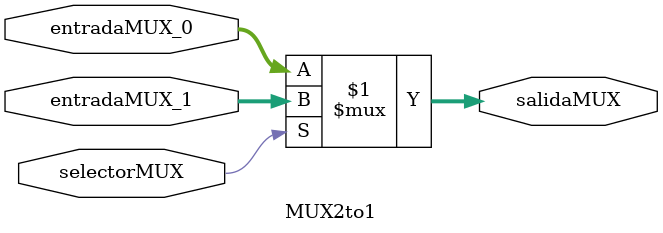
<source format=v>
`timescale 1ns / 1ps

module MUX2to1(
	input wire selectorMUX,
	input wire [31 : 0] entradaMUX_0,
	input wire [31 : 0] entradaMUX_1,
	output wire [31 : 0] salidaMUX
    );

    assign salidaMUX = selectorMUX ? entradaMUX_1:
                                     entradaMUX_0;
endmodule
</source>
